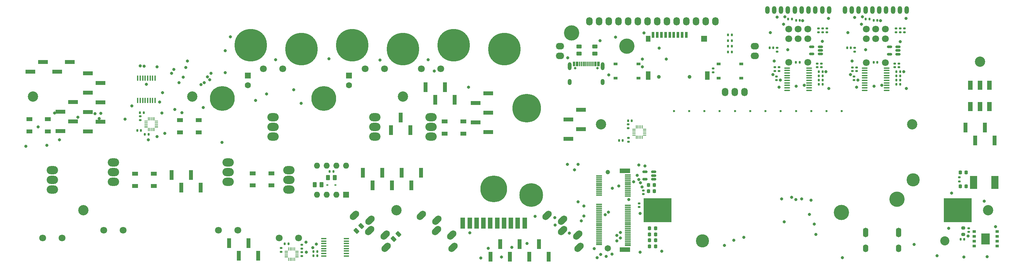
<source format=gbr>
%TF.GenerationSoftware,KiCad,Pcbnew,(6.0.5)*%
%TF.CreationDate,2022-07-01T10:57:45+02:00*%
%TF.ProjectId,clarinoid-bodytest,636c6172-696e-46f6-9964-2d626f647974,rev?*%
%TF.SameCoordinates,Original*%
%TF.FileFunction,Soldermask,Top*%
%TF.FilePolarity,Negative*%
%FSLAX46Y46*%
G04 Gerber Fmt 4.6, Leading zero omitted, Abs format (unit mm)*
G04 Created by KiCad (PCBNEW (6.0.5)) date 2022-07-01 10:57:45*
%MOMM*%
%LPD*%
G01*
G04 APERTURE LIST*
G04 Aperture macros list*
%AMRoundRect*
0 Rectangle with rounded corners*
0 $1 Rounding radius*
0 $2 $3 $4 $5 $6 $7 $8 $9 X,Y pos of 4 corners*
0 Add a 4 corners polygon primitive as box body*
4,1,4,$2,$3,$4,$5,$6,$7,$8,$9,$2,$3,0*
0 Add four circle primitives for the rounded corners*
1,1,$1+$1,$2,$3*
1,1,$1+$1,$4,$5*
1,1,$1+$1,$6,$7*
1,1,$1+$1,$8,$9*
0 Add four rect primitives between the rounded corners*
20,1,$1+$1,$2,$3,$4,$5,0*
20,1,$1+$1,$4,$5,$6,$7,0*
20,1,$1+$1,$6,$7,$8,$9,0*
20,1,$1+$1,$8,$9,$2,$3,0*%
%AMHorizOval*
0 Thick line with rounded ends*
0 $1 width*
0 $2 $3 position (X,Y) of the first rounded end (center of the circle)*
0 $4 $5 position (X,Y) of the second rounded end (center of the circle)*
0 Add line between two ends*
20,1,$1,$2,$3,$4,$5,0*
0 Add two circle primitives to create the rounded ends*
1,1,$1,$2,$3*
1,1,$1,$4,$5*%
%AMFreePoly0*
4,1,14,0.088284,0.450784,0.100000,0.422500,0.100000,-0.422500,0.088284,-0.450784,0.060000,-0.462500,0.036569,-0.462500,0.008285,-0.450784,-0.088284,-0.354215,-0.100000,-0.325931,-0.100000,0.422500,-0.088284,0.450784,-0.060000,0.462500,0.060000,0.462500,0.088284,0.450784,0.088284,0.450784,$1*%
%AMFreePoly1*
4,1,14,0.088284,0.450784,0.100000,0.422500,0.100000,-0.325931,0.088284,-0.354215,-0.008285,-0.450784,-0.036569,-0.462500,-0.060000,-0.462500,-0.088284,-0.450784,-0.100000,-0.422500,-0.100000,0.422500,-0.088284,0.450784,-0.060000,0.462500,0.060000,0.462500,0.088284,0.450784,0.088284,0.450784,$1*%
%AMFreePoly2*
4,1,14,0.450784,0.088284,0.462500,0.060000,0.462500,-0.060000,0.450784,-0.088284,0.422500,-0.100000,-0.422500,-0.100000,-0.450784,-0.088284,-0.462500,-0.060000,-0.462500,-0.036569,-0.450784,-0.008285,-0.354215,0.088284,-0.325931,0.100000,0.422500,0.100000,0.450784,0.088284,0.450784,0.088284,$1*%
%AMFreePoly3*
4,1,14,0.450784,0.088284,0.462500,0.060000,0.462500,-0.060000,0.450784,-0.088284,0.422500,-0.100000,-0.325931,-0.100000,-0.354215,-0.088284,-0.450784,0.008285,-0.462500,0.036569,-0.462500,0.060000,-0.450784,0.088284,-0.422500,0.100000,0.422500,0.100000,0.450784,0.088284,0.450784,0.088284,$1*%
%AMFreePoly4*
4,1,14,-0.008285,0.450784,0.088284,0.354215,0.100000,0.325931,0.100000,-0.422500,0.088284,-0.450784,0.060000,-0.462500,-0.060000,-0.462500,-0.088284,-0.450784,-0.100000,-0.422500,-0.100000,0.422500,-0.088284,0.450784,-0.060000,0.462500,-0.036569,0.462500,-0.008285,0.450784,-0.008285,0.450784,$1*%
%AMFreePoly5*
4,1,14,0.088284,0.450784,0.100000,0.422500,0.100000,-0.422500,0.088284,-0.450784,0.060000,-0.462500,-0.060000,-0.462500,-0.088284,-0.450784,-0.100000,-0.422500,-0.100000,0.325931,-0.088284,0.354215,0.008285,0.450784,0.036569,0.462500,0.060000,0.462500,0.088284,0.450784,0.088284,0.450784,$1*%
%AMFreePoly6*
4,1,14,0.450784,0.088284,0.462500,0.060000,0.462500,0.036569,0.450784,0.008285,0.354215,-0.088284,0.325931,-0.100000,-0.422500,-0.100000,-0.450784,-0.088284,-0.462500,-0.060000,-0.462500,0.060000,-0.450784,0.088284,-0.422500,0.100000,0.422500,0.100000,0.450784,0.088284,0.450784,0.088284,$1*%
%AMFreePoly7*
4,1,14,0.354215,0.088284,0.450784,-0.008285,0.462500,-0.036569,0.462500,-0.060000,0.450784,-0.088284,0.422500,-0.100000,-0.422500,-0.100000,-0.450784,-0.088284,-0.462500,-0.060000,-0.462500,0.060000,-0.450784,0.088284,-0.422500,0.100000,0.325931,0.100000,0.354215,0.088284,0.354215,0.088284,$1*%
G04 Aperture macros list end*
%ADD10C,2.700000*%
%ADD11R,1.300000X2.375000*%
%ADD12R,1.000000X2.510000*%
%ADD13RoundRect,0.150000X0.512500X0.150000X-0.512500X0.150000X-0.512500X-0.150000X0.512500X-0.150000X0*%
%ADD14RoundRect,0.140000X-0.170000X0.140000X-0.170000X-0.140000X0.170000X-0.140000X0.170000X0.140000X0*%
%ADD15RoundRect,0.135000X-0.185000X0.135000X-0.185000X-0.135000X0.185000X-0.135000X0.185000X0.135000X0*%
%ADD16RoundRect,0.135000X0.185000X-0.135000X0.185000X0.135000X-0.185000X0.135000X-0.185000X-0.135000X0*%
%ADD17RoundRect,0.140000X0.140000X0.170000X-0.140000X0.170000X-0.140000X-0.170000X0.140000X-0.170000X0*%
%ADD18C,1.800000*%
%ADD19RoundRect,0.140000X-0.140000X-0.170000X0.140000X-0.170000X0.140000X0.170000X-0.140000X0.170000X0*%
%ADD20RoundRect,0.100000X-0.637500X-0.100000X0.637500X-0.100000X0.637500X0.100000X-0.637500X0.100000X0*%
%ADD21RoundRect,0.135000X-0.135000X-0.185000X0.135000X-0.185000X0.135000X0.185000X-0.135000X0.185000X0*%
%ADD22O,1.200000X2.000000*%
%ADD23RoundRect,0.135000X0.135000X0.185000X-0.135000X0.185000X-0.135000X-0.185000X0.135000X-0.185000X0*%
%ADD24R,2.510000X1.000000*%
%ADD25O,3.000000X2.150000*%
%ADD26R,0.450000X1.475000*%
%ADD27RoundRect,0.225000X-0.225000X-0.250000X0.225000X-0.250000X0.225000X0.250000X-0.225000X0.250000X0*%
%ADD28R,0.950000X0.700000*%
%ADD29R,2.250000X2.850000*%
%ADD30RoundRect,0.147500X-0.147500X-0.172500X0.147500X-0.172500X0.147500X0.172500X-0.147500X0.172500X0*%
%ADD31C,2.390000*%
%ADD32C,3.450000*%
%ADD33R,7.340000X6.350000*%
%ADD34R,1.600000X1.600000*%
%ADD35C,1.600000*%
%ADD36C,0.650000*%
%ADD37R,0.300000X1.150000*%
%ADD38O,1.000000X2.100000*%
%ADD39O,1.000000X1.600000*%
%ADD40C,6.500000*%
%ADD41RoundRect,0.225000X0.225000X0.250000X-0.225000X0.250000X-0.225000X-0.250000X0.225000X-0.250000X0*%
%ADD42R,0.600000X0.450000*%
%ADD43C,6.200000*%
%ADD44R,1.500000X1.000000*%
%ADD45C,1.000000*%
%ADD46R,0.700000X1.600000*%
%ADD47R,1.200000X1.500000*%
%ADD48R,1.200000X2.200000*%
%ADD49R,1.600000X1.500000*%
%ADD50RoundRect,0.250000X0.262500X0.450000X-0.262500X0.450000X-0.262500X-0.450000X0.262500X-0.450000X0*%
%ADD51C,7.000000*%
%ADD52R,1.200000X3.000000*%
%ADD53O,1.700000X2.200000*%
%ADD54O,2.200000X1.700000*%
%ADD55C,4.000000*%
%ADD56R,1.850000X3.500000*%
%ADD57RoundRect,0.250000X0.132583X-0.503814X0.503814X-0.132583X-0.132583X0.503814X-0.503814X0.132583X0*%
%ADD58R,1.000000X0.750000*%
%ADD59RoundRect,0.250000X-0.450000X0.262500X-0.450000X-0.262500X0.450000X-0.262500X0.450000X0.262500X0*%
%ADD60C,7.500000*%
%ADD61FreePoly0,0.000000*%
%ADD62RoundRect,0.050000X-0.050000X-0.412500X0.050000X-0.412500X0.050000X0.412500X-0.050000X0.412500X0*%
%ADD63FreePoly1,0.000000*%
%ADD64FreePoly2,0.000000*%
%ADD65RoundRect,0.050000X-0.412500X-0.050000X0.412500X-0.050000X0.412500X0.050000X-0.412500X0.050000X0*%
%ADD66FreePoly3,0.000000*%
%ADD67FreePoly4,0.000000*%
%ADD68FreePoly5,0.000000*%
%ADD69FreePoly6,0.000000*%
%ADD70FreePoly7,0.000000*%
%ADD71RoundRect,0.250000X-0.132583X0.503814X-0.503814X0.132583X0.132583X-0.503814X0.503814X-0.132583X0*%
%ADD72RoundRect,0.140000X0.170000X-0.140000X0.170000X0.140000X-0.170000X0.140000X-0.170000X-0.140000X0*%
%ADD73RoundRect,0.200000X-0.275000X0.200000X-0.275000X-0.200000X0.275000X-0.200000X0.275000X0.200000X0*%
%ADD74C,1.650000*%
%ADD75C,1.150000*%
%ADD76R,1.550000X0.300000*%
%ADD77R,2.750000X1.200000*%
%ADD78FreePoly7,270.000000*%
%ADD79RoundRect,0.050000X-0.050000X0.412500X-0.050000X-0.412500X0.050000X-0.412500X0.050000X0.412500X0*%
%ADD80FreePoly6,270.000000*%
%ADD81FreePoly5,270.000000*%
%ADD82RoundRect,0.050000X-0.412500X0.050000X-0.412500X-0.050000X0.412500X-0.050000X0.412500X0.050000X0*%
%ADD83FreePoly4,270.000000*%
%ADD84FreePoly3,270.000000*%
%ADD85FreePoly2,270.000000*%
%ADD86FreePoly1,270.000000*%
%ADD87FreePoly0,270.000000*%
%ADD88R,1.475000X0.450000*%
%ADD89HorizOval,1.700000X0.388909X0.388909X-0.388909X-0.388909X0*%
%ADD90C,8.500000*%
%ADD91O,1.600000X1.600000*%
%ADD92O,1.400000X2.500000*%
%ADD93O,1.400000X2.000000*%
%ADD94C,0.800000*%
%ADD95C,0.600000*%
G04 APERTURE END LIST*
D10*
%TO.C,H8*%
X-48339196Y-192197034D03*
%TD*%
D11*
%TO.C,U1*%
X-45839196Y-204010034D03*
X-48339196Y-204010034D03*
X-50839196Y-204010034D03*
X-50839196Y-198384034D03*
X-48339196Y-198384034D03*
X-45839196Y-198384034D03*
%TD*%
D12*
%TO.C,J1*%
X-44529196Y-212852034D03*
X-47069196Y-209542034D03*
X-49609196Y-212852034D03*
X-52149196Y-209542034D03*
%TD*%
D13*
%TO.C,U5*%
X-92413707Y-190242523D03*
X-92413707Y-188342523D03*
X-90138707Y-188342523D03*
X-90138707Y-189292523D03*
X-90138707Y-190242523D03*
%TD*%
D14*
%TO.C,C12*%
X-102076207Y-194672523D03*
X-102076207Y-193712523D03*
%TD*%
D15*
%TO.C,R1*%
X-89576207Y-184502523D03*
X-89576207Y-183482523D03*
%TD*%
D16*
%TO.C,R5*%
X-101476207Y-188572523D03*
X-101476207Y-189592523D03*
%TD*%
D14*
%TO.C,C4*%
X-101676207Y-197072523D03*
X-101676207Y-196112523D03*
%TD*%
D17*
%TO.C,C5*%
X-96556207Y-192392523D03*
X-95596207Y-192392523D03*
%TD*%
D15*
%TO.C,R2*%
X-88476207Y-184502523D03*
X-88476207Y-183482523D03*
%TD*%
D18*
%TO.C,R21*%
X-93476207Y-192442523D03*
X-98476207Y-192442523D03*
X-93476207Y-186192523D03*
X-95976207Y-186192523D03*
X-98476207Y-186192523D03*
X-93476207Y-183692523D03*
X-95976207Y-183692523D03*
X-98476207Y-183692523D03*
%TD*%
D14*
%TO.C,C1*%
X-89876207Y-193672523D03*
X-89876207Y-192712523D03*
%TD*%
D19*
%TO.C,C6*%
X-95571902Y-181392523D03*
X-96531902Y-181392523D03*
%TD*%
D20*
%TO.C,U4*%
X-93151207Y-193892523D03*
X-93151207Y-194542523D03*
X-93151207Y-195192523D03*
X-93151207Y-195842523D03*
X-93151207Y-196492523D03*
X-93151207Y-197142523D03*
X-93151207Y-197792523D03*
X-93151207Y-198442523D03*
X-93151207Y-199092523D03*
X-93151207Y-199742523D03*
X-98876207Y-199742523D03*
X-98876207Y-199092523D03*
X-98876207Y-198442523D03*
X-98876207Y-197792523D03*
X-98876207Y-197142523D03*
X-98876207Y-196492523D03*
X-98876207Y-195842523D03*
X-98876207Y-195192523D03*
X-98876207Y-194542523D03*
X-98876207Y-193892523D03*
%TD*%
D21*
%TO.C,R4*%
X-97641902Y-181092523D03*
X-98661902Y-181092523D03*
%TD*%
D17*
%TO.C,C11*%
X-90556207Y-198192523D03*
X-89596207Y-198192523D03*
%TD*%
D15*
%TO.C,R3*%
X-90676207Y-184502523D03*
X-90676207Y-183482523D03*
%TD*%
D22*
%TO.C,J15*%
X-104076207Y-178692523D03*
X-102276207Y-178692523D03*
X-100476207Y-178692523D03*
X-98676207Y-178692523D03*
X-96876207Y-178692523D03*
X-95076207Y-178692523D03*
X-93276207Y-178692523D03*
X-91476207Y-178692523D03*
X-89676207Y-178692523D03*
X-87876207Y-178692523D03*
%TD*%
D19*
%TO.C,C10*%
X-89596207Y-195992523D03*
X-90556207Y-195992523D03*
%TD*%
D14*
%TO.C,C3*%
X-90976207Y-193672523D03*
X-90976207Y-192712523D03*
%TD*%
D17*
%TO.C,C8*%
X-90556207Y-197092523D03*
X-89596207Y-197092523D03*
%TD*%
%TO.C,C9*%
X-103456207Y-188582523D03*
X-102496207Y-188582523D03*
%TD*%
D19*
%TO.C,C7*%
X-89596207Y-194892523D03*
X-90556207Y-194892523D03*
%TD*%
D14*
%TO.C,C13*%
X-100976207Y-194672523D03*
X-100976207Y-193712523D03*
%TD*%
D23*
%TO.C,R17*%
X-222016696Y-243097034D03*
X-223036696Y-243097034D03*
%TD*%
D14*
%TO.C,C16*%
X-51251696Y-235917034D03*
X-51251696Y-236877034D03*
%TD*%
D17*
%TO.C,C31*%
X-142919196Y-212897034D03*
X-141959196Y-212897034D03*
%TD*%
%TO.C,C29*%
X-267471696Y-205597034D03*
X-268431696Y-205597034D03*
%TD*%
D24*
%TO.C,SW14*%
X-297156696Y-194867034D03*
X-293846696Y-192327034D03*
%TD*%
D10*
%TO.C,H7*%
X-201251696Y-231197034D03*
%TD*%
%TO.C,H3*%
X-66139196Y-208697034D03*
%TD*%
D16*
%TO.C,R5*%
X-81139196Y-189597034D03*
X-81139196Y-188577034D03*
%TD*%
D18*
%TO.C,SW2*%
X-293929196Y-238462034D03*
X-288849196Y-238462034D03*
D25*
X-291389196Y-220682034D03*
X-291389196Y-223222034D03*
X-291389196Y-225762034D03*
%TD*%
D26*
%TO.C,IC3*%
X-264476696Y-196559034D03*
X-265126696Y-196559034D03*
X-265776696Y-196559034D03*
X-266426696Y-196559034D03*
X-267076696Y-196559034D03*
X-267726696Y-196559034D03*
X-268376696Y-196559034D03*
X-269026696Y-196559034D03*
X-269026696Y-202435034D03*
X-268376696Y-202435034D03*
X-267726696Y-202435034D03*
X-267076696Y-202435034D03*
X-266426696Y-202435034D03*
X-265776696Y-202435034D03*
X-265126696Y-202435034D03*
X-264476696Y-202435034D03*
%TD*%
D27*
%TO.C,C25*%
X-134926696Y-235897034D03*
X-133376696Y-235897034D03*
%TD*%
D24*
%TO.C,J21*%
X-177221696Y-200506034D03*
X-180531696Y-203046034D03*
X-177221696Y-205586034D03*
X-180531696Y-208126034D03*
X-177221696Y-210666034D03*
%TD*%
D14*
%TO.C,C13*%
X-80639196Y-193717034D03*
X-80639196Y-194677034D03*
%TD*%
D27*
%TO.C,C24*%
X-134926696Y-237497034D03*
X-133376696Y-237497034D03*
%TD*%
D15*
%TO.C,R11*%
X-118251696Y-193987034D03*
X-118251696Y-195007034D03*
%TD*%
D28*
%TO.C,IC2*%
X-49826696Y-236792034D03*
X-49826696Y-238062034D03*
X-49826696Y-239332034D03*
X-49826696Y-240602034D03*
X-43876696Y-240602034D03*
X-43876696Y-239332034D03*
X-43876696Y-238062034D03*
X-43876696Y-236792034D03*
D29*
X-46851696Y-238697034D03*
%TD*%
D13*
%TO.C,U7*%
X-133814196Y-223047034D03*
X-133814196Y-222097034D03*
X-133814196Y-221147034D03*
X-136089196Y-221147034D03*
X-136089196Y-223047034D03*
%TD*%
D19*
%TO.C,C7*%
X-70219196Y-194897034D03*
X-69259196Y-194897034D03*
%TD*%
D10*
%TO.C,H5*%
X-46251696Y-231197034D03*
%TD*%
D13*
%TO.C,U5*%
X-69801696Y-190247034D03*
X-69801696Y-189297034D03*
X-69801696Y-188347034D03*
X-72076696Y-188347034D03*
X-72076696Y-190247034D03*
%TD*%
D14*
%TO.C,C12*%
X-81739196Y-193717034D03*
X-81739196Y-194677034D03*
%TD*%
D18*
%TO.C,SW11*%
X-209491696Y-194132034D03*
X-204411696Y-194132034D03*
D25*
X-206951696Y-211912034D03*
X-206951696Y-209372034D03*
X-206951696Y-206832034D03*
%TD*%
D16*
%TO.C,R12*%
X-53751696Y-223607034D03*
X-53751696Y-222587034D03*
%TD*%
D30*
%TO.C,D2*%
X-114341207Y-189692523D03*
X-113371207Y-189692523D03*
%TD*%
D17*
%TO.C,C5*%
X-75259196Y-192397034D03*
X-76219196Y-192397034D03*
%TD*%
D31*
%TO.C,BT1*%
X-57539196Y-239197034D03*
D32*
X-121069196Y-239197034D03*
X-65869196Y-223197034D03*
D33*
X-54139196Y-231197034D03*
X-132799196Y-231197034D03*
%TD*%
D34*
%TO.C,SW7*%
X-213652477Y-195851545D03*
D35*
X-213652477Y-198391545D03*
%TD*%
D12*
%TO.C,J7*%
X-260136696Y-221942034D03*
X-257596696Y-225252034D03*
X-255056696Y-221942034D03*
X-252516696Y-225252034D03*
%TD*%
D15*
%TO.C,R15*%
X-226026696Y-240212034D03*
X-226026696Y-241232034D03*
%TD*%
D36*
%TO.C,J5*%
X-148616207Y-193912523D03*
X-154396207Y-193912523D03*
D37*
X-154856207Y-192847523D03*
X-154056207Y-192847523D03*
X-152756207Y-192847523D03*
X-151756207Y-192847523D03*
X-151256207Y-192847523D03*
X-150256207Y-192847523D03*
X-148956207Y-192847523D03*
X-148156207Y-192847523D03*
X-148456207Y-192847523D03*
X-149256207Y-192847523D03*
X-149756207Y-192847523D03*
X-150756207Y-192847523D03*
X-152256207Y-192847523D03*
X-153256207Y-192847523D03*
X-153756207Y-192847523D03*
X-154556207Y-192847523D03*
D38*
X-155826207Y-193412523D03*
D39*
X-147186207Y-197592523D03*
D38*
X-147186207Y-193412523D03*
D39*
X-155826207Y-197592523D03*
%TD*%
D15*
%TO.C,R2*%
X-68139196Y-183487034D03*
X-68139196Y-184507034D03*
%TD*%
D40*
%TO.C,U16*%
X-246851696Y-201897034D03*
%TD*%
D19*
%TO.C,C27*%
X-230506696Y-239997034D03*
X-229546696Y-239997034D03*
%TD*%
D12*
%TO.C,J9*%
X-210046696Y-221342034D03*
X-207506696Y-224652034D03*
X-204966696Y-221342034D03*
X-202426696Y-224652034D03*
X-199886696Y-221342034D03*
X-197346696Y-224652034D03*
X-194806696Y-221342034D03*
%TD*%
D41*
%TO.C,C23*%
X-133651696Y-226197034D03*
X-135201696Y-226197034D03*
%TD*%
D14*
%TO.C,C4*%
X-81339196Y-196117034D03*
X-81339196Y-197077034D03*
%TD*%
D15*
%TO.C,R1*%
X-69239196Y-183487034D03*
X-69239196Y-184507034D03*
%TD*%
D42*
%TO.C,D1*%
X-217226696Y-224597034D03*
X-219326696Y-224597034D03*
%TD*%
D12*
%TO.C,J12*%
X-161351696Y-243407034D03*
X-163891696Y-240097034D03*
X-166431696Y-243407034D03*
X-168971696Y-240097034D03*
X-171511696Y-243407034D03*
X-174051696Y-240097034D03*
X-176591696Y-243407034D03*
%TD*%
D18*
%TO.C,SW5*%
X-226849196Y-238462034D03*
X-231929196Y-238462034D03*
D25*
X-229389196Y-220682034D03*
X-229389196Y-223222034D03*
X-229389196Y-225762034D03*
%TD*%
D17*
%TO.C,C14*%
X-217776696Y-220997034D03*
X-218736696Y-220997034D03*
%TD*%
D18*
%TO.C,SW4*%
X-242849196Y-236462034D03*
X-247929196Y-236462034D03*
D25*
X-245389196Y-218682034D03*
X-245389196Y-221222034D03*
X-245389196Y-223762034D03*
%TD*%
D19*
%TO.C,C15*%
X-53431696Y-238797034D03*
X-52471696Y-238797034D03*
%TD*%
D43*
%TO.C,H1*%
X-165901696Y-227197034D03*
%TD*%
D44*
%TO.C,D8*%
X-269701696Y-221597034D03*
X-269701696Y-224797034D03*
X-264801696Y-224797034D03*
X-264801696Y-221597034D03*
%TD*%
D41*
%TO.C,C20*%
X-133651696Y-224597034D03*
X-135201696Y-224597034D03*
%TD*%
D16*
%TO.C,R35*%
X-268351696Y-207597034D03*
X-268351696Y-206577034D03*
%TD*%
D10*
%TO.C,H9*%
X-199539196Y-201392034D03*
%TD*%
D45*
%TO.C,J11*%
X-132451207Y-196242523D03*
X-124451207Y-196242523D03*
D46*
X-125251207Y-185242523D03*
X-126351207Y-185242523D03*
X-127451207Y-185242523D03*
X-128551207Y-185242523D03*
X-129651207Y-185242523D03*
X-130751207Y-185242523D03*
X-131851207Y-185242523D03*
X-132951207Y-185242523D03*
X-134051207Y-185242523D03*
D47*
X-135251207Y-186242523D03*
D48*
X-135251207Y-195842523D03*
X-119751207Y-195842523D03*
D49*
X-120651207Y-186242523D03*
%TD*%
D50*
%TO.C,R7*%
X-217376696Y-222597034D03*
X-219201696Y-222597034D03*
%TD*%
D24*
%TO.C,SW13*%
X-290156696Y-194867034D03*
X-286846696Y-192327034D03*
%TD*%
D19*
%TO.C,C10*%
X-70219196Y-195997034D03*
X-69259196Y-195997034D03*
%TD*%
D50*
%TO.C,R6*%
X-220864196Y-224497034D03*
X-222689196Y-224497034D03*
%TD*%
D27*
%TO.C,C22*%
X-134926696Y-239097034D03*
X-133376696Y-239097034D03*
%TD*%
D16*
%TO.C,R19*%
X-140539196Y-208687034D03*
X-140539196Y-209707034D03*
%TD*%
D51*
%TO.C,J19*%
X-175751696Y-225597034D03*
D52*
X-183851696Y-234597034D03*
X-182051696Y-234597034D03*
X-180251696Y-234597034D03*
X-178451696Y-234597034D03*
X-176651696Y-234597034D03*
X-174851696Y-234597034D03*
X-173051696Y-234597034D03*
X-171251696Y-234597034D03*
X-169451696Y-234597034D03*
X-167651696Y-234597034D03*
%TD*%
D17*
%TO.C,C2*%
X-268171696Y-210297034D03*
X-269131696Y-210297034D03*
%TD*%
D27*
%TO.C,C18*%
X-134926696Y-240697034D03*
X-133376696Y-240697034D03*
%TD*%
D17*
%TO.C,C9*%
X-82159196Y-188587034D03*
X-83119196Y-188587034D03*
%TD*%
D10*
%TO.C,H11*%
X-254751696Y-201391545D03*
%TD*%
D53*
%TO.C,J13*%
X-150656207Y-181692523D03*
X-148116207Y-181692523D03*
X-145576207Y-181692523D03*
X-143036207Y-181692523D03*
X-140496207Y-181692523D03*
X-137956207Y-181692523D03*
X-135416207Y-181692523D03*
X-132876207Y-181692523D03*
X-130336207Y-181692523D03*
X-127796207Y-181692523D03*
X-125256207Y-181692523D03*
X-122716207Y-181692523D03*
X-120176207Y-181692523D03*
X-117636207Y-181692523D03*
X-115096207Y-200192523D03*
X-112556207Y-200192523D03*
X-110016207Y-200192523D03*
D54*
X-158376207Y-188192523D03*
X-158376207Y-190732523D03*
X-107376207Y-188192523D03*
X-107376207Y-190732523D03*
D55*
X-140876207Y-188192523D03*
X-155376207Y-184692523D03*
%TD*%
D27*
%TO.C,C21*%
X-53526696Y-224897034D03*
X-51976696Y-224897034D03*
%TD*%
D56*
%TO.C,L1*%
X-50051696Y-223897034D03*
X-44451696Y-223897034D03*
%TD*%
D44*
%TO.C,D16*%
X-292551696Y-210532034D03*
X-292551696Y-207332034D03*
X-297451696Y-207332034D03*
X-297451696Y-210532034D03*
%TD*%
D57*
%TO.C,R9*%
X-202026696Y-238697034D03*
X-200736226Y-237406564D03*
%TD*%
D16*
%TO.C,R20*%
X-140439196Y-212187034D03*
X-140439196Y-213207034D03*
%TD*%
D12*
%TO.C,J6*%
X-237516696Y-243152034D03*
X-240056696Y-239842034D03*
X-242596696Y-243152034D03*
X-245136696Y-239842034D03*
%TD*%
D58*
%TO.C,SW6*%
X-137856207Y-196567523D03*
X-137856207Y-192817523D03*
X-143856207Y-196567523D03*
X-143856207Y-192817523D03*
%TD*%
D44*
%TO.C,D7*%
X-238876696Y-221497034D03*
X-238876696Y-224697034D03*
X-233976696Y-224697034D03*
X-233976696Y-221497034D03*
%TD*%
D24*
%TO.C,J18*%
X-289276696Y-210477034D03*
X-285966696Y-207937034D03*
X-289276696Y-205397034D03*
X-285966696Y-202857034D03*
%TD*%
D17*
%TO.C,C11*%
X-69259196Y-198197034D03*
X-70219196Y-198197034D03*
%TD*%
%TO.C,C8*%
X-69259196Y-197097034D03*
X-70219196Y-197097034D03*
%TD*%
D10*
%TO.C,H2*%
X-147639196Y-208697034D03*
%TD*%
D30*
%TO.C,D5*%
X-114341207Y-185192523D03*
X-113371207Y-185192523D03*
%TD*%
D10*
%TO.C,H4*%
X-283251696Y-231197034D03*
%TD*%
D59*
%TO.C,R14*%
X-153376207Y-188280023D03*
X-153376207Y-190105023D03*
%TD*%
D20*
%TO.C,U4*%
X-78539196Y-193897034D03*
X-78539196Y-194547034D03*
X-78539196Y-195197034D03*
X-78539196Y-195847034D03*
X-78539196Y-196497034D03*
X-78539196Y-197147034D03*
X-78539196Y-197797034D03*
X-78539196Y-198447034D03*
X-78539196Y-199097034D03*
X-78539196Y-199747034D03*
X-72814196Y-199747034D03*
X-72814196Y-199097034D03*
X-72814196Y-198447034D03*
X-72814196Y-197797034D03*
X-72814196Y-197147034D03*
X-72814196Y-196497034D03*
X-72814196Y-195847034D03*
X-72814196Y-195197034D03*
X-72814196Y-194547034D03*
X-72814196Y-193897034D03*
%TD*%
D44*
%TO.C,D25*%
X-183751696Y-211097034D03*
X-183751696Y-207897034D03*
X-188651696Y-207897034D03*
X-188651696Y-211097034D03*
%TD*%
D10*
%TO.C,H10*%
X-296501696Y-201391545D03*
%TD*%
D60*
%TO.C,U18*%
X-167139196Y-204391545D03*
%TD*%
D23*
%TO.C,R18*%
X-222016696Y-241997034D03*
X-223036696Y-241997034D03*
%TD*%
D34*
%TO.C,SW9*%
X-240152477Y-195891545D03*
D35*
X-240152477Y-198431545D03*
%TD*%
D24*
%TO.C,J10*%
X-282089196Y-210497034D03*
X-278779196Y-207957034D03*
X-282089196Y-205417034D03*
X-278779196Y-202877034D03*
X-282089196Y-200337034D03*
X-278779196Y-197797034D03*
X-282089196Y-195257034D03*
%TD*%
D58*
%TO.C,SW1*%
X-116856207Y-192817523D03*
X-116856207Y-196567523D03*
X-110856207Y-192817523D03*
X-110856207Y-196567523D03*
%TD*%
D30*
%TO.C,D3*%
X-114341207Y-188192523D03*
X-113371207Y-188192523D03*
%TD*%
D16*
%TO.C,R16*%
X-231426696Y-242132034D03*
X-231426696Y-241112034D03*
%TD*%
D12*
%TO.C,J14*%
X-185991696Y-202252034D03*
X-188531696Y-198942034D03*
X-191071696Y-202252034D03*
X-193611696Y-198942034D03*
%TD*%
D61*
%TO.C,U11*%
X-138439196Y-209309534D03*
D62*
X-138039196Y-209309534D03*
X-137639196Y-209309534D03*
X-137239196Y-209309534D03*
D63*
X-136839196Y-209309534D03*
D64*
X-136251696Y-209897034D03*
D65*
X-136251696Y-210297034D03*
X-136251696Y-210697034D03*
X-136251696Y-211097034D03*
D66*
X-136251696Y-211497034D03*
D67*
X-136839196Y-212084534D03*
D62*
X-137239196Y-212084534D03*
X-137639196Y-212084534D03*
X-138039196Y-212084534D03*
D68*
X-138439196Y-212084534D03*
D69*
X-139026696Y-211497034D03*
D65*
X-139026696Y-211097034D03*
X-139026696Y-210697034D03*
X-139026696Y-210297034D03*
D70*
X-139026696Y-209897034D03*
%TD*%
D24*
%TO.C,J2*%
X-156181696Y-212507034D03*
X-152871696Y-209967034D03*
X-156181696Y-207427034D03*
X-152871696Y-204887034D03*
%TD*%
D12*
%TO.C,U9*%
X-197607696Y-210197034D03*
X-200147696Y-206887034D03*
X-202687696Y-210197034D03*
%TD*%
D19*
%TO.C,C32*%
X-139559196Y-207697034D03*
X-140519196Y-207697034D03*
%TD*%
D18*
%TO.C,SW12*%
X-194691696Y-194132034D03*
X-189611696Y-194132034D03*
D25*
X-192151696Y-211912034D03*
X-192151696Y-209372034D03*
X-192151696Y-206832034D03*
%TD*%
D71*
%TO.C,R8*%
X-210481461Y-235351799D03*
X-211771931Y-236642269D03*
%TD*%
D27*
%TO.C,C19*%
X-53526696Y-221297034D03*
X-51976696Y-221297034D03*
%TD*%
D72*
%TO.C,C17*%
X-136551696Y-226977034D03*
X-136551696Y-226017034D03*
%TD*%
D14*
%TO.C,C3*%
X-70639196Y-192717034D03*
X-70639196Y-193677034D03*
%TD*%
D23*
%TO.C,R36*%
X-266141696Y-211297034D03*
X-267161696Y-211297034D03*
%TD*%
D14*
%TO.C,C1*%
X-69539196Y-192717034D03*
X-69539196Y-193677034D03*
%TD*%
D15*
%TO.C,R3*%
X-70339196Y-183487034D03*
X-70339196Y-184507034D03*
%TD*%
D18*
%TO.C,SW3*%
X-277929196Y-236462034D03*
X-272849196Y-236462034D03*
D25*
X-275389196Y-218682034D03*
X-275389196Y-221222034D03*
X-275389196Y-223762034D03*
%TD*%
D14*
%TO.C,C26*%
X-137651696Y-229417034D03*
X-137651696Y-230377034D03*
%TD*%
D73*
%TO.C,R10*%
X-52751696Y-235872034D03*
X-52751696Y-237522034D03*
%TD*%
D74*
%TO.C,U2*%
X-145901696Y-241197034D03*
D75*
X-145901696Y-221197034D03*
D76*
X-140626696Y-221947034D03*
X-148176696Y-222197034D03*
X-140626696Y-222447034D03*
X-148176696Y-222697034D03*
X-140626696Y-222947034D03*
X-148176696Y-223197034D03*
X-140626696Y-223447034D03*
X-148176696Y-223697034D03*
X-140626696Y-223947034D03*
X-148176696Y-224197034D03*
X-140626696Y-224447034D03*
X-148176696Y-224697034D03*
X-140626696Y-224947034D03*
X-148176696Y-225197034D03*
X-140626696Y-225447034D03*
X-148176696Y-225697034D03*
X-140626696Y-225947034D03*
X-148176696Y-226197034D03*
X-140626696Y-226447034D03*
X-148176696Y-226697034D03*
X-140626696Y-226947034D03*
X-148176696Y-227197034D03*
X-140626696Y-227447034D03*
X-148176696Y-229697034D03*
X-140626696Y-229947034D03*
X-148176696Y-230197034D03*
X-140626696Y-230447034D03*
X-148176696Y-230697034D03*
X-140626696Y-230947034D03*
X-148176696Y-231197034D03*
X-140626696Y-231447034D03*
X-148176696Y-231697034D03*
X-140626696Y-231947034D03*
X-148176696Y-232197034D03*
X-140626696Y-232447034D03*
X-148176696Y-232697034D03*
X-140626696Y-232947034D03*
X-148176696Y-233197034D03*
X-140626696Y-233447034D03*
X-148176696Y-233697034D03*
X-140626696Y-233947034D03*
X-148176696Y-234197034D03*
X-140626696Y-234447034D03*
X-148176696Y-234697034D03*
X-140626696Y-234947034D03*
X-148176696Y-235197034D03*
X-140626696Y-235447034D03*
X-148176696Y-235697034D03*
X-140626696Y-235947034D03*
X-148176696Y-236197034D03*
X-140626696Y-236447034D03*
X-148176696Y-236697034D03*
X-140626696Y-236947034D03*
X-148176696Y-237197034D03*
X-140626696Y-237447034D03*
X-148176696Y-237697034D03*
X-140626696Y-237947034D03*
X-148176696Y-238197034D03*
X-140626696Y-238447034D03*
X-148176696Y-238697034D03*
X-140626696Y-238947034D03*
X-148176696Y-239197034D03*
X-140626696Y-239447034D03*
X-148176696Y-239697034D03*
X-140626696Y-239947034D03*
X-148176696Y-240197034D03*
X-140626696Y-240447034D03*
D77*
X-141401696Y-220847034D03*
X-141401696Y-241547034D03*
%TD*%
D59*
%TO.C,R13*%
X-149268707Y-188280023D03*
X-149268707Y-190105023D03*
%TD*%
D44*
%TO.C,D17*%
X-253051696Y-210747034D03*
X-253051696Y-207547034D03*
X-257951696Y-207547034D03*
X-257951696Y-210747034D03*
%TD*%
D78*
%TO.C,U8*%
X-227926696Y-241309534D03*
D79*
X-228326696Y-241309534D03*
X-228726696Y-241309534D03*
X-229126696Y-241309534D03*
D80*
X-229526696Y-241309534D03*
D81*
X-230114196Y-241897034D03*
D82*
X-230114196Y-242297034D03*
X-230114196Y-242697034D03*
X-230114196Y-243097034D03*
D83*
X-230114196Y-243497034D03*
D84*
X-229526696Y-244084534D03*
D79*
X-229126696Y-244084534D03*
X-228726696Y-244084534D03*
X-228326696Y-244084534D03*
D85*
X-227926696Y-244084534D03*
D86*
X-227339196Y-243497034D03*
D82*
X-227339196Y-243097034D03*
X-227339196Y-242697034D03*
X-227339196Y-242297034D03*
D87*
X-227339196Y-241897034D03*
%TD*%
D19*
%TO.C,C6*%
X-76194891Y-181397034D03*
X-75234891Y-181397034D03*
%TD*%
D21*
%TO.C,R4*%
X-78324891Y-181097034D03*
X-77304891Y-181097034D03*
%TD*%
D40*
%TO.C,U15*%
X-220251696Y-201897034D03*
%TD*%
D14*
%TO.C,C28*%
X-226026696Y-242222034D03*
X-226026696Y-243182034D03*
%TD*%
D88*
%TO.C,IC1*%
X-214388696Y-243172034D03*
X-214388696Y-242522034D03*
X-214388696Y-241872034D03*
X-214388696Y-241222034D03*
X-214388696Y-240572034D03*
X-214388696Y-239922034D03*
X-214388696Y-239272034D03*
X-214388696Y-238622034D03*
X-220264696Y-238622034D03*
X-220264696Y-239272034D03*
X-220264696Y-239922034D03*
X-220264696Y-240572034D03*
X-220264696Y-241222034D03*
X-220264696Y-241872034D03*
X-220264696Y-242522034D03*
X-220264696Y-243172034D03*
%TD*%
D18*
%TO.C,SW10*%
X-231011696Y-194132034D03*
X-236091696Y-194132034D03*
D25*
X-233551696Y-211912034D03*
X-233551696Y-209372034D03*
X-233551696Y-206832034D03*
%TD*%
D70*
%TO.C,U10*%
X-266889196Y-207847034D03*
D65*
X-266889196Y-208247034D03*
X-266889196Y-208647034D03*
X-266889196Y-209047034D03*
D69*
X-266889196Y-209447034D03*
D68*
X-266301696Y-210034534D03*
D62*
X-265901696Y-210034534D03*
X-265501696Y-210034534D03*
X-265101696Y-210034534D03*
D67*
X-264701696Y-210034534D03*
D66*
X-264114196Y-209447034D03*
D65*
X-264114196Y-209047034D03*
X-264114196Y-208647034D03*
X-264114196Y-208247034D03*
D64*
X-264114196Y-207847034D03*
D63*
X-264701696Y-207259534D03*
D62*
X-265101696Y-207259534D03*
X-265501696Y-207259534D03*
X-265901696Y-207259534D03*
D61*
X-266301696Y-207259534D03*
%TD*%
D30*
%TO.C,D4*%
X-114341207Y-186692523D03*
X-113371207Y-186692523D03*
%TD*%
D89*
%TO.C,J4*%
X-203907836Y-240884040D03*
X-204226034Y-237737415D03*
X-208256543Y-236535333D03*
X-208185832Y-233777617D03*
X-212251696Y-232540180D03*
%TD*%
%TO.C,J3*%
X-186407836Y-240884040D03*
X-186726034Y-237737415D03*
X-190756543Y-236535333D03*
X-190685832Y-233777617D03*
X-194751696Y-232540180D03*
%TD*%
D90*
%TO.C,U12*%
X-239439196Y-187897034D03*
X-226139196Y-188897034D03*
X-212839196Y-187897034D03*
X-199539196Y-188897034D03*
X-186239196Y-187897034D03*
X-172939196Y-188897034D03*
%TD*%
D34*
%TO.C,U6*%
X-214414196Y-227122034D03*
D91*
X-216954196Y-227122034D03*
X-219494196Y-227122034D03*
X-222034196Y-227122034D03*
X-222034196Y-219502034D03*
X-219494196Y-219502034D03*
X-216954196Y-219502034D03*
X-214414196Y-219502034D03*
%TD*%
D89*
%TO.C,J16*%
X-153407836Y-240884040D03*
X-153726034Y-237737415D03*
X-157756543Y-236535333D03*
X-157685832Y-233777617D03*
X-161751696Y-232540180D03*
%TD*%
D22*
%TO.C,J15*%
X-67539196Y-178697034D03*
X-69339196Y-178697034D03*
X-71139196Y-178697034D03*
X-72939196Y-178697034D03*
X-74739196Y-178697034D03*
X-76539196Y-178697034D03*
X-78339196Y-178697034D03*
X-80139196Y-178697034D03*
X-81939196Y-178697034D03*
X-83739196Y-178697034D03*
%TD*%
D18*
%TO.C,R21*%
X-78139196Y-183697034D03*
X-75639196Y-183697034D03*
X-73139196Y-183697034D03*
X-78139196Y-186197034D03*
X-75639196Y-186197034D03*
X-73139196Y-186197034D03*
X-78139196Y-192447034D03*
X-73139196Y-192447034D03*
%TD*%
D55*
%TO.C,J17*%
X-84619196Y-231797034D03*
D92*
X-69669196Y-237017034D03*
X-78309196Y-237017034D03*
D93*
X-69669196Y-241197034D03*
X-78309196Y-241197034D03*
D55*
X-70119196Y-228297034D03*
%TD*%
D94*
X-88076207Y-180892523D03*
X-99476207Y-180492523D03*
X-100676207Y-197092523D03*
X-94776207Y-181492523D03*
X-99776207Y-182392523D03*
X-98676207Y-189092523D03*
X-96476207Y-198692523D03*
X-101476207Y-180592523D03*
X-87976207Y-199292523D03*
X-103276207Y-184592523D03*
X-100976207Y-198892523D03*
X-102220194Y-192039016D03*
X-102576207Y-195592523D03*
X-88676207Y-194892523D03*
X-94376707Y-198392523D03*
X-89620194Y-186939016D03*
X-59589196Y-243097034D03*
X-140339196Y-228397034D03*
X-51439196Y-237997034D03*
X-135839196Y-228697034D03*
X-131739196Y-241897034D03*
X-99619196Y-234197034D03*
X-149439196Y-241297034D03*
X-47239196Y-228797034D03*
X-46489196Y-243397034D03*
X-65619196Y-240197034D03*
X-137439196Y-231997034D03*
X-136139196Y-219597034D03*
X-137439196Y-242197034D03*
X-96619196Y-228397034D03*
X-55789196Y-226697034D03*
X-92619196Y-228597034D03*
X-223126696Y-240997034D03*
X-156426696Y-219197034D03*
X-224826696Y-242197034D03*
X-153626696Y-219197034D03*
X-137289196Y-223997034D03*
X-182026696Y-237097034D03*
X-167026696Y-239897034D03*
X-295139196Y-209297034D03*
X-289539196Y-212697034D03*
X-284739196Y-206797034D03*
X-205539196Y-191797034D03*
X-246939196Y-213397034D03*
X-226239196Y-203197034D03*
X-228139196Y-199597034D03*
X-279239196Y-202797034D03*
X-262539196Y-200397034D03*
X-298339196Y-214397034D03*
X-256039196Y-192097034D03*
X-256439196Y-193797034D03*
X-262739196Y-205697034D03*
X-278739196Y-205797034D03*
X-246139196Y-189397034D03*
X-292839196Y-214197034D03*
X-192939196Y-191697034D03*
X-272339196Y-207297034D03*
X-290839196Y-205697034D03*
X-232939196Y-191697034D03*
X-218939196Y-191497034D03*
X-182339196Y-198897034D03*
X-235239196Y-200697034D03*
X-238139196Y-202397034D03*
X-191339196Y-194697034D03*
X-244739196Y-185697034D03*
X-74039696Y-198397034D03*
X-68339196Y-194897034D03*
X-79139196Y-180497034D03*
X-80339196Y-197097034D03*
X-76139196Y-198697034D03*
X-74439196Y-181497034D03*
X-80639196Y-198897034D03*
X-67639196Y-199297034D03*
X-82239196Y-195597034D03*
X-81139196Y-180597034D03*
X-79439196Y-182397034D03*
X-81883183Y-192043527D03*
X-69283183Y-186943527D03*
X-82939196Y-184597034D03*
X-78339196Y-189097034D03*
X-67739196Y-180897034D03*
X-154626696Y-220597034D03*
X-139103592Y-223747534D03*
X-137751696Y-219297034D03*
X-258247097Y-197696534D03*
X-279151696Y-207097034D03*
X-280251696Y-205883534D03*
X-263339196Y-202797034D03*
X-251839196Y-204297034D03*
X-251634656Y-197696534D03*
X-257439196Y-205597034D03*
D95*
X-128540174Y-205197034D03*
X-84540174Y-205197034D03*
D94*
X-56519196Y-235897034D03*
X-156376207Y-191192523D03*
X-145576207Y-195692523D03*
X-143839196Y-185797034D03*
X-147939196Y-186697034D03*
X-224926696Y-239597034D03*
X-222225161Y-240032394D03*
X-177226696Y-241197034D03*
X-171026696Y-240897034D03*
X-146326696Y-243297034D03*
X-144655017Y-225436111D03*
X-173726696Y-243497034D03*
X-144726696Y-242697034D03*
X-179126696Y-243697034D03*
X-143026696Y-224797034D03*
X-246139196Y-195097034D03*
X-266739196Y-198197034D03*
X-249839196Y-195297034D03*
X-259539196Y-194297034D03*
X-267343036Y-193378204D03*
X-268339196Y-193296534D03*
X-270539196Y-203797034D03*
X-259294178Y-204731295D03*
X-257139196Y-196297034D03*
X-250726743Y-196188459D03*
X-138189196Y-221997034D03*
X-137767800Y-223100627D03*
D95*
X-88540174Y-205197034D03*
X-92540174Y-205197034D03*
X-96540174Y-205197034D03*
X-100540174Y-205197034D03*
X-104540174Y-205197034D03*
X-108540174Y-205197034D03*
X-112540174Y-205197034D03*
X-116540174Y-205197034D03*
X-120540174Y-205197034D03*
X-124540174Y-205197034D03*
D94*
X-97726696Y-227797034D03*
X-91726696Y-234797034D03*
X-143526696Y-239197034D03*
X-143526696Y-237797034D03*
X-93026696Y-232297034D03*
X-95026696Y-228197034D03*
X-142603815Y-237019915D03*
X-142526696Y-238497034D03*
X-152127196Y-232697034D03*
X-152127196Y-230110069D03*
X-152826696Y-233997034D03*
X-153626696Y-228997034D03*
X-250139196Y-196997034D03*
X-260139196Y-195297034D03*
X-252482720Y-198225488D03*
X-263995117Y-193597534D03*
X-147726696Y-242797034D03*
X-145726696Y-231697034D03*
X-148626696Y-243597034D03*
X-146526696Y-232397034D03*
X-266252469Y-212697534D03*
X-263951696Y-211897034D03*
X-261951696Y-210997034D03*
X-132376207Y-188692523D03*
X-136376207Y-184692523D03*
X-130539196Y-191597034D03*
X-91319196Y-237497034D03*
X-84419196Y-243597034D03*
X-100319196Y-228197034D03*
X-136889196Y-225097034D03*
X-110219196Y-238297034D03*
X-112819196Y-239097034D03*
X-115330453Y-240397534D03*
X-136776207Y-191592523D03*
X-136776207Y-193592523D03*
X-44251696Y-235497034D03*
X-52551696Y-243497034D03*
X-164926696Y-232797034D03*
X-159726696Y-233097034D03*
X-155926696Y-237197034D03*
X-159626696Y-235097034D03*
M02*

</source>
